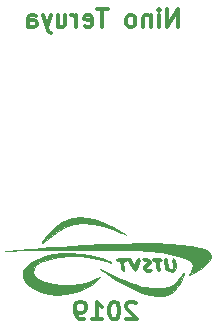
<source format=gbr>
G04 #@! TF.GenerationSoftware,KiCad,Pcbnew,(5.0.2)-1*
G04 #@! TF.CreationDate,2019-03-07T22:37:32-06:00*
G04 #@! TF.ProjectId,Contactor,436f6e74-6163-4746-9f72-2e6b69636164,rev?*
G04 #@! TF.SameCoordinates,Original*
G04 #@! TF.FileFunction,Legend,Bot*
G04 #@! TF.FilePolarity,Positive*
%FSLAX46Y46*%
G04 Gerber Fmt 4.6, Leading zero omitted, Abs format (unit mm)*
G04 Created by KiCad (PCBNEW (5.0.2)-1) date 3/7/2019 10:37:32 PM*
%MOMM*%
%LPD*%
G01*
G04 APERTURE LIST*
%ADD10C,0.300000*%
%ADD11C,0.010000*%
G04 APERTURE END LIST*
D10*
X164071428Y-127571428D02*
X164000000Y-127500000D01*
X163857142Y-127428571D01*
X163500000Y-127428571D01*
X163357142Y-127500000D01*
X163285714Y-127571428D01*
X163214285Y-127714285D01*
X163214285Y-127857142D01*
X163285714Y-128071428D01*
X164142857Y-128928571D01*
X163214285Y-128928571D01*
X162285714Y-127428571D02*
X162142857Y-127428571D01*
X162000000Y-127500000D01*
X161928571Y-127571428D01*
X161857142Y-127714285D01*
X161785714Y-128000000D01*
X161785714Y-128357142D01*
X161857142Y-128642857D01*
X161928571Y-128785714D01*
X162000000Y-128857142D01*
X162142857Y-128928571D01*
X162285714Y-128928571D01*
X162428571Y-128857142D01*
X162500000Y-128785714D01*
X162571428Y-128642857D01*
X162642857Y-128357142D01*
X162642857Y-128000000D01*
X162571428Y-127714285D01*
X162500000Y-127571428D01*
X162428571Y-127500000D01*
X162285714Y-127428571D01*
X160357142Y-128928571D02*
X161214285Y-128928571D01*
X160785714Y-128928571D02*
X160785714Y-127428571D01*
X160928571Y-127642857D01*
X161071428Y-127785714D01*
X161214285Y-127857142D01*
X159642857Y-128928571D02*
X159357142Y-128928571D01*
X159214285Y-128857142D01*
X159142857Y-128785714D01*
X159000000Y-128571428D01*
X158928571Y-128285714D01*
X158928571Y-127714285D01*
X159000000Y-127571428D01*
X159071428Y-127500000D01*
X159214285Y-127428571D01*
X159500000Y-127428571D01*
X159642857Y-127500000D01*
X159714285Y-127571428D01*
X159785714Y-127714285D01*
X159785714Y-128071428D01*
X159714285Y-128214285D01*
X159642857Y-128285714D01*
X159500000Y-128357142D01*
X159214285Y-128357142D01*
X159071428Y-128285714D01*
X159000000Y-128214285D01*
X158928571Y-128071428D01*
X167571428Y-104178571D02*
X167571428Y-102678571D01*
X166714285Y-104178571D01*
X166714285Y-102678571D01*
X166000000Y-104178571D02*
X166000000Y-103178571D01*
X166000000Y-102678571D02*
X166071428Y-102750000D01*
X166000000Y-102821428D01*
X165928571Y-102750000D01*
X166000000Y-102678571D01*
X166000000Y-102821428D01*
X165285714Y-103178571D02*
X165285714Y-104178571D01*
X165285714Y-103321428D02*
X165214285Y-103250000D01*
X165071428Y-103178571D01*
X164857142Y-103178571D01*
X164714285Y-103250000D01*
X164642857Y-103392857D01*
X164642857Y-104178571D01*
X163714285Y-104178571D02*
X163857142Y-104107142D01*
X163928571Y-104035714D01*
X164000000Y-103892857D01*
X164000000Y-103464285D01*
X163928571Y-103321428D01*
X163857142Y-103250000D01*
X163714285Y-103178571D01*
X163500000Y-103178571D01*
X163357142Y-103250000D01*
X163285714Y-103321428D01*
X163214285Y-103464285D01*
X163214285Y-103892857D01*
X163285714Y-104035714D01*
X163357142Y-104107142D01*
X163500000Y-104178571D01*
X163714285Y-104178571D01*
X161642857Y-102678571D02*
X160785714Y-102678571D01*
X161214285Y-104178571D02*
X161214285Y-102678571D01*
X159714285Y-104107142D02*
X159857142Y-104178571D01*
X160142857Y-104178571D01*
X160285714Y-104107142D01*
X160357142Y-103964285D01*
X160357142Y-103392857D01*
X160285714Y-103250000D01*
X160142857Y-103178571D01*
X159857142Y-103178571D01*
X159714285Y-103250000D01*
X159642857Y-103392857D01*
X159642857Y-103535714D01*
X160357142Y-103678571D01*
X159000000Y-104178571D02*
X159000000Y-103178571D01*
X159000000Y-103464285D02*
X158928571Y-103321428D01*
X158857142Y-103250000D01*
X158714285Y-103178571D01*
X158571428Y-103178571D01*
X157428571Y-103178571D02*
X157428571Y-104178571D01*
X158071428Y-103178571D02*
X158071428Y-103964285D01*
X158000000Y-104107142D01*
X157857142Y-104178571D01*
X157642857Y-104178571D01*
X157500000Y-104107142D01*
X157428571Y-104035714D01*
X156857142Y-103178571D02*
X156500000Y-104178571D01*
X156142857Y-103178571D02*
X156500000Y-104178571D01*
X156642857Y-104535714D01*
X156714285Y-104607142D01*
X156857142Y-104678571D01*
X154928571Y-104178571D02*
X154928571Y-103392857D01*
X155000000Y-103250000D01*
X155142857Y-103178571D01*
X155428571Y-103178571D01*
X155571428Y-103250000D01*
X154928571Y-104107142D02*
X155071428Y-104178571D01*
X155428571Y-104178571D01*
X155571428Y-104107142D01*
X155642857Y-103964285D01*
X155642857Y-103821428D01*
X155571428Y-103678571D01*
X155428571Y-103607142D01*
X155071428Y-103607142D01*
X154928571Y-103535714D01*
D11*
G04 #@! TO.C,G\002A\002A\002A*
G36*
X158724978Y-120367039D02*
X158417332Y-120449318D01*
X157790758Y-120723482D01*
X157186490Y-121143275D01*
X156637655Y-121685341D01*
X156598230Y-121731975D01*
X156385568Y-121997321D01*
X156215188Y-122229225D01*
X156107457Y-122397853D01*
X156082740Y-122473370D01*
X156091521Y-122474302D01*
X156162702Y-122420987D01*
X156331084Y-122284039D01*
X156564831Y-122089479D01*
X156650441Y-122017442D01*
X157362867Y-121488873D01*
X158080105Y-121108433D01*
X158816574Y-120874838D01*
X159586691Y-120786807D01*
X160404873Y-120843057D01*
X161285537Y-121042308D01*
X162243103Y-121383276D01*
X162509686Y-121496400D01*
X162878483Y-121651373D01*
X163103585Y-121732557D01*
X163191145Y-121745023D01*
X163147317Y-121693842D01*
X162978254Y-121584085D01*
X162690110Y-121420824D01*
X162289038Y-121209130D01*
X161957666Y-121041458D01*
X161178536Y-120684603D01*
X160492342Y-120443189D01*
X159872445Y-120312760D01*
X159292203Y-120288863D01*
X158724978Y-120367039D01*
X158724978Y-120367039D01*
G37*
X158724978Y-120367039D02*
X158417332Y-120449318D01*
X157790758Y-120723482D01*
X157186490Y-121143275D01*
X156637655Y-121685341D01*
X156598230Y-121731975D01*
X156385568Y-121997321D01*
X156215188Y-122229225D01*
X156107457Y-122397853D01*
X156082740Y-122473370D01*
X156091521Y-122474302D01*
X156162702Y-122420987D01*
X156331084Y-122284039D01*
X156564831Y-122089479D01*
X156650441Y-122017442D01*
X157362867Y-121488873D01*
X158080105Y-121108433D01*
X158816574Y-120874838D01*
X159586691Y-120786807D01*
X160404873Y-120843057D01*
X161285537Y-121042308D01*
X162243103Y-121383276D01*
X162509686Y-121496400D01*
X162878483Y-121651373D01*
X163103585Y-121732557D01*
X163191145Y-121745023D01*
X163147317Y-121693842D01*
X162978254Y-121584085D01*
X162690110Y-121420824D01*
X162289038Y-121209130D01*
X161957666Y-121041458D01*
X161178536Y-120684603D01*
X160492342Y-120443189D01*
X159872445Y-120312760D01*
X159292203Y-120288863D01*
X158724978Y-120367039D01*
G36*
X162612000Y-123758171D02*
X162421456Y-123785224D01*
X162357025Y-123834973D01*
X162359409Y-123855834D01*
X162462111Y-123951847D01*
X162578132Y-123988722D01*
X162721636Y-124060816D01*
X162763156Y-124242722D01*
X162792487Y-124557587D01*
X162868927Y-124771292D01*
X162980568Y-124850663D01*
X162981425Y-124850667D01*
X163041787Y-124825620D01*
X163063041Y-124730418D01*
X163044963Y-124534973D01*
X162987327Y-124209193D01*
X162976225Y-124152167D01*
X163008456Y-124027742D01*
X163101537Y-124004000D01*
X163247642Y-123958815D01*
X163287716Y-123908517D01*
X163338831Y-123928527D01*
X163443855Y-124070276D01*
X163581098Y-124303984D01*
X163596070Y-124331851D01*
X163749682Y-124590806D01*
X163889732Y-124776760D01*
X163986620Y-124850593D01*
X163988624Y-124850667D01*
X164078170Y-124773915D01*
X164178572Y-124569296D01*
X164237659Y-124393136D01*
X164326341Y-124070851D01*
X164361640Y-123877502D01*
X164343933Y-123781449D01*
X164273594Y-123751054D01*
X164245280Y-123750000D01*
X164138358Y-123822943D01*
X164068875Y-123982834D01*
X164002079Y-124252998D01*
X163942903Y-124364036D01*
X163871520Y-124323914D01*
X163768103Y-124140599D01*
X163752833Y-124109834D01*
X163575306Y-123750000D01*
X162949931Y-123750000D01*
X162612000Y-123758171D01*
X162612000Y-123758171D01*
G37*
X162612000Y-123758171D02*
X162421456Y-123785224D01*
X162357025Y-123834973D01*
X162359409Y-123855834D01*
X162462111Y-123951847D01*
X162578132Y-123988722D01*
X162721636Y-124060816D01*
X162763156Y-124242722D01*
X162792487Y-124557587D01*
X162868927Y-124771292D01*
X162980568Y-124850663D01*
X162981425Y-124850667D01*
X163041787Y-124825620D01*
X163063041Y-124730418D01*
X163044963Y-124534973D01*
X162987327Y-124209193D01*
X162976225Y-124152167D01*
X163008456Y-124027742D01*
X163101537Y-124004000D01*
X163247642Y-123958815D01*
X163287716Y-123908517D01*
X163338831Y-123928527D01*
X163443855Y-124070276D01*
X163581098Y-124303984D01*
X163596070Y-124331851D01*
X163749682Y-124590806D01*
X163889732Y-124776760D01*
X163986620Y-124850593D01*
X163988624Y-124850667D01*
X164078170Y-124773915D01*
X164178572Y-124569296D01*
X164237659Y-124393136D01*
X164326341Y-124070851D01*
X164361640Y-123877502D01*
X164343933Y-123781449D01*
X164273594Y-123751054D01*
X164245280Y-123750000D01*
X164138358Y-123822943D01*
X164068875Y-123982834D01*
X164002079Y-124252998D01*
X163942903Y-124364036D01*
X163871520Y-124323914D01*
X163768103Y-124140599D01*
X163752833Y-124109834D01*
X163575306Y-123750000D01*
X162949931Y-123750000D01*
X162612000Y-123758171D01*
G36*
X165543781Y-123763596D02*
X165413756Y-123810668D01*
X165386666Y-123877000D01*
X165456950Y-123980509D01*
X165553084Y-124004000D01*
X165658805Y-124035175D01*
X165725004Y-124154676D01*
X165772166Y-124401465D01*
X165775658Y-124427334D01*
X165835134Y-124713175D01*
X165918818Y-124841210D01*
X165955852Y-124850667D01*
X166026747Y-124818698D01*
X166047907Y-124698218D01*
X166025064Y-124452366D01*
X166021666Y-124427334D01*
X165995050Y-124173201D01*
X166010819Y-124045507D01*
X166076074Y-124005076D01*
X166098388Y-124004000D01*
X166215657Y-123939644D01*
X166233333Y-123877000D01*
X166188014Y-123797135D01*
X166031106Y-123758127D01*
X165810000Y-123750000D01*
X165543781Y-123763596D01*
X165543781Y-123763596D01*
G37*
X165543781Y-123763596D02*
X165413756Y-123810668D01*
X165386666Y-123877000D01*
X165456950Y-123980509D01*
X165553084Y-124004000D01*
X165658805Y-124035175D01*
X165725004Y-124154676D01*
X165772166Y-124401465D01*
X165775658Y-124427334D01*
X165835134Y-124713175D01*
X165918818Y-124841210D01*
X165955852Y-124850667D01*
X166026747Y-124818698D01*
X166047907Y-124698218D01*
X166025064Y-124452366D01*
X166021666Y-124427334D01*
X165995050Y-124173201D01*
X166010819Y-124045507D01*
X166076074Y-124005076D01*
X166098388Y-124004000D01*
X166215657Y-123939644D01*
X166233333Y-123877000D01*
X166188014Y-123797135D01*
X166031106Y-123758127D01*
X165810000Y-123750000D01*
X165543781Y-123763596D01*
G36*
X164582865Y-123793696D02*
X164561588Y-123855834D01*
X164664029Y-123938619D01*
X164794000Y-123961667D01*
X164976081Y-124001982D01*
X165010729Y-124098427D01*
X164892099Y-124214247D01*
X164838526Y-124241596D01*
X164664391Y-124389319D01*
X164639657Y-124578490D01*
X164766231Y-124767372D01*
X164812839Y-124803533D01*
X165023917Y-124917544D01*
X165195081Y-124909270D01*
X165291680Y-124858836D01*
X165372317Y-124757447D01*
X165317074Y-124677410D01*
X165159008Y-124651665D01*
X165092354Y-124660225D01*
X164924282Y-124650631D01*
X164878118Y-124565169D01*
X164957770Y-124449420D01*
X165068672Y-124383910D01*
X165244951Y-124234940D01*
X165287567Y-124034311D01*
X165213958Y-123872933D01*
X165085162Y-123794772D01*
X164898073Y-123754491D01*
X164711153Y-123753621D01*
X164582865Y-123793696D01*
X164582865Y-123793696D01*
G37*
X164582865Y-123793696D02*
X164561588Y-123855834D01*
X164664029Y-123938619D01*
X164794000Y-123961667D01*
X164976081Y-124001982D01*
X165010729Y-124098427D01*
X164892099Y-124214247D01*
X164838526Y-124241596D01*
X164664391Y-124389319D01*
X164639657Y-124578490D01*
X164766231Y-124767372D01*
X164812839Y-124803533D01*
X165023917Y-124917544D01*
X165195081Y-124909270D01*
X165291680Y-124858836D01*
X165372317Y-124757447D01*
X165317074Y-124677410D01*
X165159008Y-124651665D01*
X165092354Y-124660225D01*
X164924282Y-124650631D01*
X164878118Y-124565169D01*
X164957770Y-124449420D01*
X165068672Y-124383910D01*
X165244951Y-124234940D01*
X165287567Y-124034311D01*
X165213958Y-123872933D01*
X165085162Y-123794772D01*
X164898073Y-123754491D01*
X164711153Y-123753621D01*
X164582865Y-123793696D01*
G36*
X166421383Y-123819315D02*
X166404686Y-123898167D01*
X166428444Y-124112794D01*
X166483594Y-124372471D01*
X166552892Y-124610123D01*
X166619093Y-124758676D01*
X166628918Y-124770361D01*
X166818991Y-124865001D01*
X167067669Y-124893677D01*
X167270500Y-124845932D01*
X167369141Y-124710585D01*
X167419599Y-124486812D01*
X167424653Y-124226811D01*
X167387081Y-123982782D01*
X167309665Y-123806923D01*
X167212142Y-123750000D01*
X167152474Y-123808109D01*
X167135290Y-123996093D01*
X167147627Y-124223009D01*
X167165826Y-124490789D01*
X167153735Y-124628448D01*
X167097317Y-124674415D01*
X166985260Y-124667509D01*
X166861007Y-124625283D01*
X166782779Y-124513762D01*
X166725202Y-124289613D01*
X166708259Y-124194500D01*
X166638605Y-123908155D01*
X166554235Y-123763690D01*
X166517759Y-123750000D01*
X166421383Y-123819315D01*
X166421383Y-123819315D01*
G37*
X166421383Y-123819315D02*
X166404686Y-123898167D01*
X166428444Y-124112794D01*
X166483594Y-124372471D01*
X166552892Y-124610123D01*
X166619093Y-124758676D01*
X166628918Y-124770361D01*
X166818991Y-124865001D01*
X167067669Y-124893677D01*
X167270500Y-124845932D01*
X167369141Y-124710585D01*
X167419599Y-124486812D01*
X167424653Y-124226811D01*
X167387081Y-123982782D01*
X167309665Y-123806923D01*
X167212142Y-123750000D01*
X167152474Y-123808109D01*
X167135290Y-123996093D01*
X167147627Y-124223009D01*
X167165826Y-124490789D01*
X167153735Y-124628448D01*
X167097317Y-124674415D01*
X166985260Y-124667509D01*
X166861007Y-124625283D01*
X166782779Y-124513762D01*
X166725202Y-124289613D01*
X166708259Y-124194500D01*
X166638605Y-123908155D01*
X166554235Y-123763690D01*
X166517759Y-123750000D01*
X166421383Y-123819315D01*
G36*
X162996057Y-122505662D02*
X161381699Y-122559837D01*
X159613779Y-122645813D01*
X157693471Y-122763673D01*
X157428000Y-122781663D01*
X156775054Y-122827680D01*
X156084444Y-122878602D01*
X155406667Y-122930553D01*
X154792222Y-122979655D01*
X154291607Y-123022030D01*
X154253000Y-123025458D01*
X152983000Y-123138801D01*
X154888000Y-123084567D01*
X155704920Y-123064732D01*
X156590947Y-123049324D01*
X157526118Y-123038234D01*
X158490473Y-123031357D01*
X159464050Y-123028585D01*
X160426887Y-123029811D01*
X161359022Y-123034927D01*
X162240493Y-123043828D01*
X163051340Y-123056404D01*
X163771599Y-123072551D01*
X164381310Y-123092159D01*
X164860511Y-123115123D01*
X165175000Y-123139767D01*
X166149560Y-123259425D01*
X166962254Y-123392204D01*
X167620220Y-123540644D01*
X168130594Y-123707283D01*
X168500513Y-123894661D01*
X168737114Y-124105318D01*
X168847533Y-124341793D01*
X168858000Y-124450189D01*
X168808075Y-124692824D01*
X168687500Y-124936887D01*
X168682901Y-124943430D01*
X168584737Y-125095554D01*
X168574275Y-125163634D01*
X168664724Y-125145003D01*
X168869295Y-125036997D01*
X169196666Y-124839745D01*
X169625374Y-124549938D01*
X169989208Y-124255182D01*
X170261715Y-123979932D01*
X170416441Y-123748643D01*
X170435108Y-123694878D01*
X170421021Y-123435570D01*
X170241618Y-123207240D01*
X169898074Y-123009968D01*
X169391565Y-122843839D01*
X168723266Y-122708934D01*
X167894353Y-122605336D01*
X166906000Y-122533127D01*
X165759382Y-122492390D01*
X164455677Y-122483208D01*
X162996057Y-122505662D01*
X162996057Y-122505662D01*
G37*
X162996057Y-122505662D02*
X161381699Y-122559837D01*
X159613779Y-122645813D01*
X157693471Y-122763673D01*
X157428000Y-122781663D01*
X156775054Y-122827680D01*
X156084444Y-122878602D01*
X155406667Y-122930553D01*
X154792222Y-122979655D01*
X154291607Y-123022030D01*
X154253000Y-123025458D01*
X152983000Y-123138801D01*
X154888000Y-123084567D01*
X155704920Y-123064732D01*
X156590947Y-123049324D01*
X157526118Y-123038234D01*
X158490473Y-123031357D01*
X159464050Y-123028585D01*
X160426887Y-123029811D01*
X161359022Y-123034927D01*
X162240493Y-123043828D01*
X163051340Y-123056404D01*
X163771599Y-123072551D01*
X164381310Y-123092159D01*
X164860511Y-123115123D01*
X165175000Y-123139767D01*
X166149560Y-123259425D01*
X166962254Y-123392204D01*
X167620220Y-123540644D01*
X168130594Y-123707283D01*
X168500513Y-123894661D01*
X168737114Y-124105318D01*
X168847533Y-124341793D01*
X168858000Y-124450189D01*
X168808075Y-124692824D01*
X168687500Y-124936887D01*
X168682901Y-124943430D01*
X168584737Y-125095554D01*
X168574275Y-125163634D01*
X168664724Y-125145003D01*
X168869295Y-125036997D01*
X169196666Y-124839745D01*
X169625374Y-124549938D01*
X169989208Y-124255182D01*
X170261715Y-123979932D01*
X170416441Y-123748643D01*
X170435108Y-123694878D01*
X170421021Y-123435570D01*
X170241618Y-123207240D01*
X169898074Y-123009968D01*
X169391565Y-122843839D01*
X168723266Y-122708934D01*
X167894353Y-122605336D01*
X166906000Y-122533127D01*
X165759382Y-122492390D01*
X164455677Y-122483208D01*
X162996057Y-122505662D01*
G36*
X157773384Y-123344884D02*
X157006905Y-123426699D01*
X156335679Y-123571139D01*
X156200333Y-123612989D01*
X155563721Y-123869973D01*
X155068334Y-124167975D01*
X154718625Y-124498364D01*
X154519048Y-124852511D01*
X154474056Y-125221786D01*
X154588103Y-125597560D01*
X154865643Y-125971203D01*
X154943941Y-126047501D01*
X155403294Y-126369800D01*
X155985672Y-126611745D01*
X156661566Y-126766518D01*
X157401469Y-126827305D01*
X158156278Y-126789577D01*
X158548741Y-126725619D01*
X158954886Y-126630150D01*
X159226958Y-126544726D01*
X159595756Y-126380908D01*
X159997258Y-126161585D01*
X160380836Y-125918294D01*
X160695862Y-125682570D01*
X160857000Y-125529358D01*
X161026333Y-125335501D01*
X160772333Y-125464686D01*
X160117245Y-125727412D01*
X159373870Y-125907303D01*
X158584552Y-126002579D01*
X157791634Y-126011459D01*
X157037458Y-125932163D01*
X156364368Y-125762909D01*
X156107861Y-125660870D01*
X155681482Y-125418059D01*
X155419786Y-125158225D01*
X155319991Y-124889425D01*
X155379314Y-124619717D01*
X155594973Y-124357160D01*
X155964185Y-124109810D01*
X156484169Y-123885726D01*
X156750666Y-123799350D01*
X157566797Y-123625229D01*
X158469602Y-123552743D01*
X159411306Y-123580587D01*
X160344134Y-123707453D01*
X161185111Y-123920601D01*
X161517390Y-124023953D01*
X161782869Y-124099913D01*
X161945026Y-124138382D01*
X161977242Y-124139647D01*
X161934995Y-124085450D01*
X161761425Y-123998737D01*
X161488765Y-123890844D01*
X161149248Y-123773111D01*
X160775106Y-123656876D01*
X160398572Y-123553478D01*
X160133343Y-123491034D01*
X159387703Y-123375467D01*
X158584017Y-123327279D01*
X157773384Y-123344884D01*
X157773384Y-123344884D01*
G37*
X157773384Y-123344884D02*
X157006905Y-123426699D01*
X156335679Y-123571139D01*
X156200333Y-123612989D01*
X155563721Y-123869973D01*
X155068334Y-124167975D01*
X154718625Y-124498364D01*
X154519048Y-124852511D01*
X154474056Y-125221786D01*
X154588103Y-125597560D01*
X154865643Y-125971203D01*
X154943941Y-126047501D01*
X155403294Y-126369800D01*
X155985672Y-126611745D01*
X156661566Y-126766518D01*
X157401469Y-126827305D01*
X158156278Y-126789577D01*
X158548741Y-126725619D01*
X158954886Y-126630150D01*
X159226958Y-126544726D01*
X159595756Y-126380908D01*
X159997258Y-126161585D01*
X160380836Y-125918294D01*
X160695862Y-125682570D01*
X160857000Y-125529358D01*
X161026333Y-125335501D01*
X160772333Y-125464686D01*
X160117245Y-125727412D01*
X159373870Y-125907303D01*
X158584552Y-126002579D01*
X157791634Y-126011459D01*
X157037458Y-125932163D01*
X156364368Y-125762909D01*
X156107861Y-125660870D01*
X155681482Y-125418059D01*
X155419786Y-125158225D01*
X155319991Y-124889425D01*
X155379314Y-124619717D01*
X155594973Y-124357160D01*
X155964185Y-124109810D01*
X156484169Y-123885726D01*
X156750666Y-123799350D01*
X157566797Y-123625229D01*
X158469602Y-123552743D01*
X159411306Y-123580587D01*
X160344134Y-123707453D01*
X161185111Y-123920601D01*
X161517390Y-124023953D01*
X161782869Y-124099913D01*
X161945026Y-124138382D01*
X161977242Y-124139647D01*
X161934995Y-124085450D01*
X161761425Y-123998737D01*
X161488765Y-123890844D01*
X161149248Y-123773111D01*
X160775106Y-123656876D01*
X160398572Y-123553478D01*
X160133343Y-123491034D01*
X159387703Y-123375467D01*
X158584017Y-123327279D01*
X157773384Y-123344884D01*
G36*
X161051583Y-124709313D02*
X161235010Y-124843627D01*
X161505292Y-125028048D01*
X161833442Y-125243760D01*
X162190474Y-125471948D01*
X162547401Y-125693795D01*
X162875235Y-125890486D01*
X163112379Y-126025489D01*
X163859592Y-126392640D01*
X164589034Y-126671038D01*
X165277050Y-126855144D01*
X165899988Y-126939424D01*
X166434193Y-126918339D01*
X166679657Y-126860469D01*
X167163131Y-126614277D01*
X167564541Y-126222205D01*
X167850449Y-125750429D01*
X167965497Y-125483420D01*
X168048173Y-125247845D01*
X168094075Y-125068973D01*
X168098801Y-124972074D01*
X168057950Y-124982418D01*
X167967121Y-125125274D01*
X167955551Y-125147000D01*
X167622360Y-125610842D01*
X167173612Y-125984930D01*
X167037666Y-126064921D01*
X166864575Y-126146448D01*
X166679985Y-126199418D01*
X166442995Y-126229376D01*
X166112704Y-126241869D01*
X165725333Y-126242887D01*
X165263087Y-126235070D01*
X164907723Y-126210514D01*
X164596941Y-126159661D01*
X164268442Y-126072955D01*
X163947333Y-125970125D01*
X163554308Y-125824784D01*
X163072265Y-125624941D01*
X162561207Y-125396511D01*
X162081137Y-125165408D01*
X162063500Y-125156512D01*
X161679660Y-124964671D01*
X161355966Y-124807028D01*
X161119073Y-124696240D01*
X160995636Y-124644964D01*
X160984000Y-124643923D01*
X161051583Y-124709313D01*
X161051583Y-124709313D01*
G37*
X161051583Y-124709313D02*
X161235010Y-124843627D01*
X161505292Y-125028048D01*
X161833442Y-125243760D01*
X162190474Y-125471948D01*
X162547401Y-125693795D01*
X162875235Y-125890486D01*
X163112379Y-126025489D01*
X163859592Y-126392640D01*
X164589034Y-126671038D01*
X165277050Y-126855144D01*
X165899988Y-126939424D01*
X166434193Y-126918339D01*
X166679657Y-126860469D01*
X167163131Y-126614277D01*
X167564541Y-126222205D01*
X167850449Y-125750429D01*
X167965497Y-125483420D01*
X168048173Y-125247845D01*
X168094075Y-125068973D01*
X168098801Y-124972074D01*
X168057950Y-124982418D01*
X167967121Y-125125274D01*
X167955551Y-125147000D01*
X167622360Y-125610842D01*
X167173612Y-125984930D01*
X167037666Y-126064921D01*
X166864575Y-126146448D01*
X166679985Y-126199418D01*
X166442995Y-126229376D01*
X166112704Y-126241869D01*
X165725333Y-126242887D01*
X165263087Y-126235070D01*
X164907723Y-126210514D01*
X164596941Y-126159661D01*
X164268442Y-126072955D01*
X163947333Y-125970125D01*
X163554308Y-125824784D01*
X163072265Y-125624941D01*
X162561207Y-125396511D01*
X162081137Y-125165408D01*
X162063500Y-125156512D01*
X161679660Y-124964671D01*
X161355966Y-124807028D01*
X161119073Y-124696240D01*
X160995636Y-124644964D01*
X160984000Y-124643923D01*
X161051583Y-124709313D01*
G04 #@! TD*
M02*

</source>
